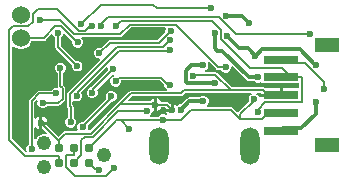
<source format=gbl>
G04*
G04 #@! TF.GenerationSoftware,Altium Limited,Altium Designer,22.6.1 (34)*
G04*
G04 Layer_Physical_Order=2*
G04 Layer_Color=16711680*
%FSLAX25Y25*%
%MOIN*%
G70*
G04*
G04 #@! TF.SameCoordinates,96458179-A28E-47A4-AC93-062C7FCE65E1*
G04*
G04*
G04 #@! TF.FilePolarity,Positive*
G04*
G01*
G75*
%ADD14C,0.00600*%
%ADD19R,0.11800X0.02800*%
%ADD20R,0.07900X0.04700*%
%ADD44C,0.01400*%
G04:AMPARAMS|DCode=46|XSize=63.78mil|YSize=123.62mil|CornerRadius=31.89mil|HoleSize=0mil|Usage=FLASHONLY|Rotation=180.000|XOffset=0mil|YOffset=0mil|HoleType=Round|Shape=RoundedRectangle|*
%AMROUNDEDRECTD46*
21,1,0.06378,0.05984,0,0,180.0*
21,1,0.00000,0.12362,0,0,180.0*
1,1,0.06378,0.00000,0.02992*
1,1,0.06378,0.00000,0.02992*
1,1,0.06378,0.00000,-0.02992*
1,1,0.06378,0.00000,-0.02992*
%
%ADD46ROUNDEDRECTD46*%
%ADD47C,0.04800*%
%ADD48C,0.06000*%
%ADD49C,0.02362*%
%ADD50C,0.03098*%
G36*
X53355Y51182D02*
X53219Y50854D01*
Y50146D01*
X53257Y50054D01*
X50720Y47518D01*
X34800D01*
X34449Y47448D01*
X34151Y47249D01*
X31746Y44843D01*
X31654Y44881D01*
X30946D01*
X30291Y44610D01*
X29790Y44109D01*
X29519Y43454D01*
Y42746D01*
X29790Y42091D01*
X30291Y41590D01*
X30946Y41319D01*
X31257D01*
X31464Y40819D01*
X20732Y30087D01*
X20533Y29789D01*
X20463Y29438D01*
Y25383D01*
X20533Y25032D01*
X20732Y24735D01*
X20823Y24644D01*
Y21629D01*
X20732Y21591D01*
X20231Y21090D01*
X19960Y20435D01*
Y19727D01*
X20231Y19072D01*
X20732Y18571D01*
X21386Y18300D01*
X22095D01*
X22750Y18571D01*
X23251Y19072D01*
X23522Y19727D01*
Y20435D01*
X23251Y21090D01*
X22750Y21591D01*
X22658Y21629D01*
Y25024D01*
X22589Y25375D01*
X22390Y25673D01*
X22299Y25764D01*
Y26952D01*
X22799Y27195D01*
X23300Y26987D01*
X24009D01*
X24663Y27258D01*
X25164Y27759D01*
X25435Y28414D01*
Y29122D01*
X25164Y29777D01*
X25095Y29847D01*
X33602Y38354D01*
X34026Y38071D01*
X34019Y38054D01*
Y37346D01*
X34057Y37254D01*
X28588Y31786D01*
X28508Y31665D01*
X27891Y31410D01*
X27390Y30909D01*
X27119Y30254D01*
Y29546D01*
X27390Y28891D01*
X27891Y28390D01*
X28546Y28119D01*
X29254D01*
X29909Y28390D01*
X30410Y28891D01*
X30681Y29546D01*
Y30254D01*
X30410Y30909D01*
X30358Y30961D01*
X35354Y35957D01*
X35446Y35919D01*
X36154D01*
X36287Y35457D01*
X35691Y35210D01*
X35190Y34709D01*
X34919Y34054D01*
Y33346D01*
X35190Y32691D01*
X35691Y32190D01*
X36346Y31919D01*
X37054D01*
X37709Y32190D01*
X38210Y32691D01*
X38481Y33346D01*
Y33982D01*
X51593D01*
X52972Y32603D01*
Y32242D01*
X53243Y31588D01*
X53745Y31087D01*
X53772Y31075D01*
X53672Y30575D01*
X41702D01*
X41351Y30505D01*
X41054Y30307D01*
X37496Y26749D01*
X37496Y26749D01*
X28125Y17378D01*
X27693Y17411D01*
X27408Y17860D01*
X27484Y18044D01*
Y18752D01*
X27339Y19104D01*
X35117Y26882D01*
X35591D01*
X36246Y27153D01*
X36747Y27654D01*
X37018Y28309D01*
Y29017D01*
X36747Y29672D01*
X36246Y30173D01*
X35591Y30444D01*
X34883D01*
X34228Y30173D01*
X33727Y29672D01*
X33456Y29017D01*
Y28309D01*
X33600Y27961D01*
X25819Y20179D01*
X25349D01*
X24694Y19908D01*
X24193Y19407D01*
X23922Y18752D01*
Y18044D01*
X24055Y17722D01*
X23721Y17222D01*
X19904D01*
X19553Y17152D01*
X19255Y16953D01*
X17600Y15298D01*
X13849Y19048D01*
X13954Y19300D01*
X12300D01*
Y17646D01*
X12552Y17751D01*
X13864Y16438D01*
X13605Y15990D01*
X13195Y16100D01*
X12405D01*
X11642Y15896D01*
X10958Y15501D01*
X10399Y14942D01*
X10118Y14454D01*
X9618Y14588D01*
Y18191D01*
X10118Y18398D01*
X10565Y17951D01*
X11300Y17646D01*
Y19800D01*
Y21954D01*
X10565Y21649D01*
X10118Y21202D01*
X9618Y21409D01*
Y26720D01*
X10308Y27410D01*
X10732Y27127D01*
X10619Y26854D01*
Y26146D01*
X10890Y25491D01*
X11391Y24990D01*
X12046Y24719D01*
X12754D01*
X13409Y24990D01*
X13910Y25491D01*
X13948Y25582D01*
X17530D01*
X17881Y25652D01*
X18179Y25851D01*
X19630Y27303D01*
X19829Y27600D01*
X19899Y27951D01*
Y31497D01*
X19829Y31848D01*
X19630Y32146D01*
X19218Y32558D01*
Y36452D01*
X19309Y36490D01*
X19810Y36991D01*
X20081Y37646D01*
Y38354D01*
X19810Y39009D01*
X19309Y39510D01*
X18654Y39781D01*
X17946D01*
X17291Y39510D01*
X16790Y39009D01*
X16519Y38354D01*
Y37646D01*
X16790Y36991D01*
X17291Y36490D01*
X17382Y36452D01*
Y32178D01*
X17429Y31943D01*
X17391Y31844D01*
X17224Y31614D01*
X17082Y31481D01*
X16546D01*
X15891Y31210D01*
X15390Y30709D01*
X15352Y30618D01*
X11300D01*
X10949Y30548D01*
X10651Y30349D01*
X8051Y27749D01*
X7852Y27451D01*
X7782Y27100D01*
Y12748D01*
X7691Y12710D01*
X7190Y12209D01*
X6919Y11554D01*
Y10846D01*
X7147Y10296D01*
X6723Y10013D01*
X2118Y14618D01*
Y45284D01*
X2618Y45491D01*
X2889Y45219D01*
X3711Y44745D01*
X4626Y44500D01*
X5574D01*
X6489Y44745D01*
X7310Y45219D01*
X7981Y45890D01*
X8455Y46710D01*
X8581Y47182D01*
X12757D01*
X13108Y47252D01*
X13406Y47451D01*
X15272Y49318D01*
X15862Y49200D01*
X15990Y48891D01*
X16491Y48390D01*
X16582Y48352D01*
Y45101D01*
X16652Y44750D01*
X16851Y44452D01*
X22078Y39226D01*
X22040Y39134D01*
Y38426D01*
X22311Y37771D01*
X22812Y37270D01*
X23467Y36999D01*
X24176D01*
X24830Y37270D01*
X25331Y37771D01*
X25602Y38426D01*
Y39134D01*
X25331Y39789D01*
X24830Y40290D01*
X24176Y40561D01*
X23467D01*
X23376Y40523D01*
X18418Y45481D01*
Y48352D01*
X18509Y48390D01*
X19010Y48891D01*
X19208Y49369D01*
X19743Y49540D01*
X22222Y47062D01*
X22219Y47054D01*
Y46346D01*
X22490Y45691D01*
X22991Y45190D01*
X23646Y44919D01*
X24354D01*
X25009Y45190D01*
X25510Y45691D01*
X25781Y46346D01*
Y47054D01*
X25510Y47709D01*
X25195Y48024D01*
X25402Y48524D01*
X38241D01*
X38593Y48594D01*
X38890Y48793D01*
X41780Y51682D01*
X53021D01*
X53355Y51182D01*
D02*
G37*
G36*
X82051Y29382D02*
X81791Y29275D01*
X81290Y28774D01*
X81019Y28119D01*
Y27411D01*
X81194Y26987D01*
X77551Y23344D01*
X77281Y23317D01*
X75709Y24888D01*
X75412Y25087D01*
X75061Y25157D01*
X67283D01*
X67076Y25657D01*
X67410Y25991D01*
X67681Y26646D01*
Y27354D01*
X67410Y28009D01*
X66909Y28510D01*
X66254Y28781D01*
X65546D01*
X64891Y28510D01*
X64707Y28326D01*
X61300D01*
X60793Y28225D01*
X60363Y27937D01*
X58507Y26081D01*
X58246D01*
X57591Y25810D01*
X57233Y25452D01*
X56853Y25832D01*
X56117Y26136D01*
Y23983D01*
X55617D01*
Y23483D01*
X53464D01*
X53699Y22914D01*
X53341Y22521D01*
X52954Y22681D01*
X52246D01*
X51591Y22410D01*
X51090Y21909D01*
X51043Y21796D01*
X48236Y21757D01*
X48140Y21947D01*
X48081Y22255D01*
X48517Y22691D01*
X48788Y23346D01*
Y23550D01*
X49204Y23828D01*
X49400Y23746D01*
Y25900D01*
Y28054D01*
X48665Y27749D01*
X48051Y27136D01*
X48002Y27018D01*
X41013D01*
X40822Y27480D01*
X42083Y28740D01*
X58458D01*
X58809Y28810D01*
X59106Y29009D01*
X59980Y29882D01*
X74746D01*
X75000Y29832D01*
X75254Y29882D01*
X81951D01*
X82051Y29382D01*
D02*
G37*
G36*
X70251Y37751D02*
X70549Y37552D01*
X70900Y37482D01*
X71833D01*
X71871Y37391D01*
X72372Y36890D01*
X73027Y36619D01*
X73735D01*
X74390Y36890D01*
X74891Y37391D01*
X75162Y38046D01*
Y38479D01*
X75662Y38686D01*
X80286Y34063D01*
X80716Y33775D01*
X81223Y33674D01*
X83007D01*
X83191Y33490D01*
X83846Y33219D01*
X84554D01*
X84900Y33362D01*
X85400Y33028D01*
Y33000D01*
X97782D01*
Y31494D01*
X92400D01*
Y29094D01*
X91900D01*
Y28594D01*
X85000D01*
Y28414D01*
X84500Y28315D01*
X84310Y28774D01*
X83809Y29275D01*
X83549Y29382D01*
X83649Y29882D01*
X85000D01*
Y29594D01*
X91400D01*
Y31494D01*
X86275D01*
X86046Y31648D01*
X85694Y31718D01*
X75330D01*
X70498Y36549D01*
X70201Y36748D01*
X69849Y36818D01*
X66492D01*
X66393Y37318D01*
X66809Y37490D01*
X67310Y37991D01*
X67581Y38646D01*
Y39354D01*
X67310Y40009D01*
X67680Y40322D01*
X70251Y37751D01*
D02*
G37*
%LPC*%
G36*
X12300Y21954D02*
Y20300D01*
X13954D01*
X13649Y21035D01*
X13036Y21649D01*
X12300Y21954D01*
D02*
G37*
G36*
X50400Y28054D02*
Y25900D01*
Y23746D01*
X51135Y24051D01*
X51749Y24665D01*
X51881Y24982D01*
X53162D01*
X53493Y24554D01*
X53464Y24483D01*
X55117D01*
Y26136D01*
X54866Y26032D01*
X54349Y26549D01*
X54051Y26748D01*
X53700Y26818D01*
X51881D01*
X51749Y27136D01*
X51135Y27749D01*
X50400Y28054D01*
D02*
G37*
%LPD*%
D14*
X70900Y38400D02*
X73381D01*
X75061Y24239D02*
X78200Y21100D01*
X61939Y24239D02*
X75061D01*
X78200Y22695D02*
X82800Y27295D01*
X85311Y21100D02*
X87400Y23189D01*
X78200Y21100D02*
X85311D01*
X78200D02*
Y22695D01*
X84000Y23500D02*
Y24300D01*
X86400Y26700D01*
X87400Y23189D02*
X91900D01*
X11800Y19800D02*
X17800Y13800D01*
X59600Y30800D02*
X85694D01*
X69849Y35900D02*
X75000Y30749D01*
X82800Y27295D02*
Y27765D01*
X86400Y26700D02*
X98600D01*
X85694Y30800D02*
X87400Y29094D01*
X81798Y38300D02*
X81798Y38300D01*
X92282D01*
X71731Y47918D02*
X81350Y38300D01*
X81798D01*
X92282Y38300D02*
X95582Y35000D01*
X98700D01*
X99895Y39805D02*
X106300Y33400D01*
X98700Y26800D02*
Y35000D01*
X89746Y40905D02*
X91900D01*
X106300Y31300D02*
Y33400D01*
X93000Y39805D02*
X99895D01*
X18300Y32178D02*
Y38000D01*
Y32178D02*
X18981Y31497D01*
X21051Y51271D02*
X22880Y49441D01*
X18022Y54300D02*
X21051Y51271D01*
X11550Y54300D02*
X18022D01*
X21051Y51271D02*
Y51271D01*
X17500Y45101D02*
Y49900D01*
X18600Y51981D02*
X23881Y46700D01*
X12757Y48100D02*
X16638Y51981D01*
X5100Y48100D02*
X12757D01*
X16638Y51981D02*
X18600D01*
X17500Y45101D02*
X23700Y38901D01*
Y38800D02*
Y38901D01*
X23881Y46700D02*
X24000D01*
X51973Y34900D02*
X54277Y32597D01*
X36700Y33700D02*
X36733D01*
X37933Y34900D02*
X51973D01*
X36733Y33700D02*
X37933Y34900D01*
X54277Y32597D02*
X54753D01*
X29237Y30237D02*
Y31137D01*
X35800Y37700D01*
Y37700D01*
X28900Y29900D02*
X29237Y30237D01*
X31300Y43100D02*
X34800Y46600D01*
X51100D01*
X28216Y52293D02*
X28693D01*
X26565Y50642D02*
X28216Y52293D01*
X76657Y49400D02*
X101400D01*
X71057Y55000D02*
X76657Y49400D01*
X53700Y25900D02*
X55617Y23983D01*
X49900Y25900D02*
X53700D01*
X38145Y26100D02*
X49700D01*
X49900Y25900D01*
X58600Y20900D02*
X61939Y24239D01*
X52600Y20900D02*
X58600D01*
X25300Y9100D02*
Y13997D01*
X28349Y16304D02*
X38145Y26100D01*
X25300Y13997D02*
X26407Y15104D01*
X25703Y18766D02*
X35237Y28300D01*
X25703Y18398D02*
Y18766D01*
X17800Y14200D02*
X19904Y16304D01*
X22800Y6600D02*
X25300Y9100D01*
X19904Y16304D02*
X28349D01*
X26407Y15104D02*
X29021D01*
X20300Y5000D02*
Y9000D01*
X20400Y9100D01*
X20300Y5000D02*
X23081Y2219D01*
X33419D02*
X36100Y4900D01*
X23081Y2219D02*
X33419D01*
X22800Y9200D02*
Y11600D01*
X20400Y9100D02*
X22700D01*
X22800Y9200D01*
X17800Y13800D02*
Y14200D01*
X29021Y15104D02*
X37617Y23700D01*
X62900Y35900D02*
X69849D01*
X21741Y20081D02*
Y25024D01*
X21381Y25383D02*
X21741Y25024D01*
X21381Y25383D02*
Y29438D01*
X17800Y11600D02*
Y13800D01*
X30763Y4637D02*
X31100Y4300D01*
X27800Y6600D02*
X29763Y4637D01*
X30763D01*
X50344Y58100D02*
X68400D01*
X49250Y59194D02*
X50344Y58100D01*
X31672Y59194D02*
X49250D01*
X25260Y52783D02*
X31672Y59194D01*
X31800Y52300D02*
Y52755D01*
X34045Y55000D01*
X24459Y50642D02*
X26565D01*
X17200Y57900D02*
X24459Y50642D01*
X22880Y49441D02*
X38241D01*
X41400Y52600D01*
X36900Y52200D02*
X38500Y53800D01*
X68743D01*
X98600Y26700D02*
X98700Y26800D01*
X91900Y40905D02*
X93000Y39805D01*
X34045Y55000D02*
X71057D01*
X41400Y52600D02*
X56700D01*
X36882Y20682D02*
X38318D01*
X41100Y17900D01*
X38378Y20703D02*
X52600Y20900D01*
X27800Y11600D02*
X36840Y20640D01*
X11300Y29700D02*
X16900D01*
X8700Y27100D02*
X11300Y29700D01*
X18981Y27951D02*
Y31497D01*
X17530Y26500D02*
X18981Y27951D01*
X21381Y29438D02*
X37143Y45200D01*
X23654Y28768D02*
X23991Y29105D01*
Y30042D01*
X52587Y45200D02*
X54791Y47404D01*
X54847D01*
X37143Y45200D02*
X52587D01*
X51100Y46600D02*
X55000Y50500D01*
X35237Y28300D02*
Y28663D01*
X23991Y30042D02*
X37782Y43832D01*
X53256D01*
X54363Y43963D02*
X54700Y44300D01*
X53256Y43832D02*
X53386Y43963D01*
X54363D01*
X71731Y47918D02*
Y50812D01*
X56700Y52600D02*
X70900Y38400D01*
X58458Y29658D02*
X59600Y30800D01*
X62581Y35581D02*
X62900Y35900D01*
X63004Y33100D02*
X63011Y33106D01*
X41702Y29658D02*
X58458D01*
X81735Y43665D02*
X81735D01*
X68743Y53800D02*
X71731Y50812D01*
X69650Y49764D02*
Y49946D01*
X87400Y29094D02*
X91900D01*
X38145Y26100D02*
X41702Y29658D01*
X12400Y26500D02*
X17530D01*
X37617Y23700D02*
X47007D01*
X17800Y6600D02*
Y8700D01*
X17700Y8800D02*
X17800Y8700D01*
X6638Y8800D02*
X17700D01*
X1200Y14238D02*
X6638Y8800D01*
X1200Y14238D02*
Y50700D01*
X2500Y52000D01*
X7500D01*
X9000Y53500D01*
Y56250D01*
X10650Y57900D01*
X17200D01*
X8700Y11200D02*
Y27100D01*
D19*
X91900Y17283D02*
D03*
Y23189D02*
D03*
Y29094D02*
D03*
Y35000D02*
D03*
Y40905D02*
D03*
D20*
X107262Y12362D02*
D03*
Y45827D02*
D03*
D44*
X72246Y43977D02*
X81223Y35000D01*
X70470Y43977D02*
X72246D01*
X81223Y35000D02*
X84200D01*
X98000Y44500D02*
X103228Y39272D01*
X85560Y44500D02*
X98000D01*
X83360Y42300D02*
X85560Y44500D01*
X103228Y39272D02*
X103372D01*
X61300Y27000D02*
X65884D01*
X58600Y24300D02*
X61300Y27000D01*
X80742Y44657D02*
X81735Y43665D01*
X77935Y44657D02*
X80742D01*
X73819Y48774D02*
X77935Y44657D01*
X91900Y17283D02*
X92600Y17983D01*
X98630D01*
X103584Y22937D01*
Y26516D01*
X103400Y26700D02*
X103584Y26516D01*
X83100Y42300D02*
X83360D01*
X69700Y33106D02*
X69750Y33056D01*
X63011Y33106D02*
X69700D01*
X60500Y33100D02*
X63004D01*
X60100Y33500D02*
Y37200D01*
Y33500D02*
X60500Y33100D01*
X81735Y43665D02*
X83100Y42300D01*
X69650Y44798D02*
Y49764D01*
Y44798D02*
X70470Y43977D01*
X61900Y39000D02*
X65800D01*
X60100Y37200D02*
X61900Y39000D01*
X73600Y55400D02*
X73600Y55400D01*
X78960D01*
X81260Y53100D02*
X81300D01*
X78960Y55400D02*
X81260Y53100D01*
X65884Y27000D02*
X65892Y26992D01*
D46*
X51143Y12100D02*
D03*
X81457D02*
D03*
D47*
X12800Y13100D02*
D03*
Y5100D02*
D03*
X32800Y9100D02*
D03*
D48*
X5100Y48100D02*
D03*
Y55974D02*
D03*
D49*
X73381Y38400D02*
D03*
X84000Y23500D02*
D03*
X82800Y27765D02*
D03*
X18300Y38000D02*
D03*
X17500Y49900D02*
D03*
X24000Y46700D02*
D03*
X36700Y33700D02*
D03*
X35800Y37700D02*
D03*
X23821Y38780D02*
D03*
X31300Y43100D02*
D03*
X28693Y52293D02*
D03*
X103372Y39272D02*
D03*
X106300Y31300D02*
D03*
X55617Y23983D02*
D03*
X49900Y25900D02*
D03*
X58600Y24300D02*
D03*
X36100Y4900D02*
D03*
X25703Y18398D02*
D03*
X21741Y20081D02*
D03*
X31100Y4300D02*
D03*
X68400Y58100D02*
D03*
X31800Y52300D02*
D03*
X25260Y52783D02*
D03*
X36900Y52200D02*
D03*
X16900Y29700D02*
D03*
X23654Y28768D02*
D03*
X35237Y28663D02*
D03*
X28900Y29900D02*
D03*
X54847Y47404D02*
D03*
X54700Y44300D02*
D03*
X103400Y26700D02*
D03*
X101400Y49400D02*
D03*
X84200Y35000D02*
D03*
X69750Y33056D02*
D03*
X62581Y35581D02*
D03*
X83100Y42300D02*
D03*
X55000Y50500D02*
D03*
X73819Y48774D02*
D03*
X54753Y32597D02*
D03*
X81300Y53100D02*
D03*
X12400Y26500D02*
D03*
X69650Y49946D02*
D03*
X73600Y55400D02*
D03*
X65900Y27000D02*
D03*
X52600Y20900D02*
D03*
X41100Y17900D02*
D03*
X47007Y23700D02*
D03*
X65800Y39000D02*
D03*
X11550Y54300D02*
D03*
X8700Y11200D02*
D03*
X11800Y19800D02*
D03*
D50*
X17800Y6600D02*
D03*
Y11600D02*
D03*
X22800D02*
D03*
Y6600D02*
D03*
X27800Y11600D02*
D03*
Y6600D02*
D03*
M02*

</source>
